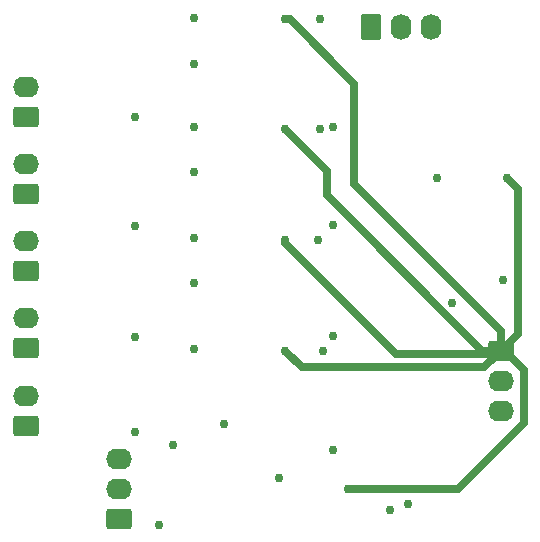
<source format=gbl>
%TF.GenerationSoftware,KiCad,Pcbnew,(6.0.1-0)*%
%TF.CreationDate,2022-09-05T12:17:56-04:00*%
%TF.ProjectId,Summing Circuit V5,53756d6d-696e-4672-9043-697263756974,003*%
%TF.SameCoordinates,Original*%
%TF.FileFunction,Copper,L4,Bot*%
%TF.FilePolarity,Positive*%
%FSLAX46Y46*%
G04 Gerber Fmt 4.6, Leading zero omitted, Abs format (unit mm)*
G04 Created by KiCad (PCBNEW (6.0.1-0)) date 2022-09-05 12:17:56*
%MOMM*%
%LPD*%
G01*
G04 APERTURE LIST*
G04 Aperture macros list*
%AMRoundRect*
0 Rectangle with rounded corners*
0 $1 Rounding radius*
0 $2 $3 $4 $5 $6 $7 $8 $9 X,Y pos of 4 corners*
0 Add a 4 corners polygon primitive as box body*
4,1,4,$2,$3,$4,$5,$6,$7,$8,$9,$2,$3,0*
0 Add four circle primitives for the rounded corners*
1,1,$1+$1,$2,$3*
1,1,$1+$1,$4,$5*
1,1,$1+$1,$6,$7*
1,1,$1+$1,$8,$9*
0 Add four rect primitives between the rounded corners*
20,1,$1+$1,$2,$3,$4,$5,0*
20,1,$1+$1,$4,$5,$6,$7,0*
20,1,$1+$1,$6,$7,$8,$9,0*
20,1,$1+$1,$8,$9,$2,$3,0*%
G04 Aperture macros list end*
%TA.AperFunction,ComponentPad*%
%ADD10O,1.740000X2.190000*%
%TD*%
%TA.AperFunction,ComponentPad*%
%ADD11RoundRect,0.250000X-0.620000X-0.845000X0.620000X-0.845000X0.620000X0.845000X-0.620000X0.845000X0*%
%TD*%
%TA.AperFunction,ComponentPad*%
%ADD12RoundRect,0.250000X0.845000X-0.620000X0.845000X0.620000X-0.845000X0.620000X-0.845000X-0.620000X0*%
%TD*%
%TA.AperFunction,ComponentPad*%
%ADD13O,2.190000X1.740000*%
%TD*%
%TA.AperFunction,ComponentPad*%
%ADD14RoundRect,0.250000X-0.845000X0.620000X-0.845000X-0.620000X0.845000X-0.620000X0.845000X0.620000X0*%
%TD*%
%TA.AperFunction,ViaPad*%
%ADD15C,0.762000*%
%TD*%
%TA.AperFunction,Conductor*%
%ADD16C,0.635000*%
%TD*%
G04 APERTURE END LIST*
D10*
%TO.P,J3,3,Pin_3*%
%TO.N,/To OPA549*%
X116205000Y-49149000D03*
%TO.P,J3,2,Pin_2*%
%TO.N,/From Shunt Ground*%
X113665000Y-49149000D03*
D11*
%TO.P,J3,1,Pin_1*%
%TO.N,/From Coil*%
X111125000Y-49149000D03*
%TD*%
D12*
%TO.P,J7,1,Pin_1*%
%TO.N,/GND_AC Correction*%
X81935000Y-69850000D03*
D13*
%TO.P,J7,2,Pin_2*%
%TO.N,/SIG_AC Correction*%
X81935000Y-67310000D03*
%TD*%
D12*
%TO.P,J4,1,Pin_1*%
%TO.N,/Vin_RV*%
X89789000Y-90805000D03*
D13*
%TO.P,J4,2,Pin_2*%
%TO.N,/SIG_Coarse*%
X89789000Y-88265000D03*
%TO.P,J4,3,Pin_3*%
%TO.N,GND*%
X89789000Y-85725000D03*
%TD*%
D12*
%TO.P,J8,1,Pin_1*%
%TO.N,/GND_DC Correction*%
X81935000Y-63309500D03*
D13*
%TO.P,J8,2,Pin_2*%
%TO.N,/SIG_DC Correction*%
X81935000Y-60769500D03*
%TD*%
D14*
%TO.P,J2,1,Pin_1*%
%TO.N,+15V*%
X122154000Y-76581000D03*
D13*
%TO.P,J2,2,Pin_2*%
%TO.N,GND*%
X122154000Y-79121000D03*
%TO.P,J2,3,Pin_3*%
%TO.N,-15V*%
X122154000Y-81661000D03*
%TD*%
D12*
%TO.P,J1,1,Pin_1*%
%TO.N,/GND_Coarse*%
X81955000Y-82931000D03*
D13*
%TO.P,J1,2,Pin_2*%
%TO.N,/SIG_Coarse*%
X81955000Y-80391000D03*
%TD*%
D12*
%TO.P,J9,1,Pin_1*%
%TO.N,GND*%
X81935000Y-56769000D03*
D13*
%TO.P,J9,2,Pin_2*%
%TO.N,/From Coil*%
X81935000Y-54229000D03*
%TD*%
D12*
%TO.P,J6,1,Pin_1*%
%TO.N,/GND_Fine Tuning*%
X81935000Y-76390500D03*
D13*
%TO.P,J6,2,Pin_2*%
%TO.N,/SIG_Fine Tuning*%
X81935000Y-73850500D03*
%TD*%
D15*
%TO.N,GND*%
X107950000Y-84963000D03*
X96139000Y-76454000D03*
X96139000Y-57658000D03*
X98679000Y-82804000D03*
X114300000Y-89535000D03*
X116713000Y-61976000D03*
X122301000Y-70612000D03*
X106807000Y-48514000D03*
X107950000Y-57658000D03*
X93218000Y-91313000D03*
X107950000Y-75311000D03*
X96139000Y-48387000D03*
X106807000Y-57785000D03*
X91186000Y-56769000D03*
X91186000Y-83439000D03*
X107950000Y-65913000D03*
X107061000Y-76581000D03*
X103378000Y-87376000D03*
X96139000Y-67056000D03*
X91186000Y-66040000D03*
X91186000Y-75438000D03*
X112776000Y-90043000D03*
X106680000Y-67183000D03*
%TO.N,-15V*%
X96139000Y-61468000D03*
X96139000Y-70866000D03*
X117983000Y-72517000D03*
X96139000Y-52324000D03*
X94361000Y-84582000D03*
%TO.N,+15V*%
X103886000Y-48514000D03*
X109220000Y-88265000D03*
X103886000Y-76581000D03*
X122682000Y-61976000D03*
X103886000Y-67183000D03*
X103886000Y-57785000D03*
%TD*%
D16*
%TO.N,+15V*%
X123571000Y-62865000D02*
X122682000Y-61976000D01*
X122154000Y-76581000D02*
X123571000Y-75164000D01*
X103886000Y-57785000D02*
X107442000Y-61341000D01*
X122154000Y-74910000D02*
X122154000Y-76581000D01*
X103886000Y-76581000D02*
X105283000Y-77978000D01*
X113284000Y-76835000D02*
X121900000Y-76835000D01*
X109728000Y-62484000D02*
X122154000Y-74910000D01*
X105283000Y-77978000D02*
X120757000Y-77978000D01*
X103886000Y-67183000D02*
X103886000Y-67437000D01*
X124079000Y-78232000D02*
X122829000Y-76982000D01*
X103886000Y-67437000D02*
X113284000Y-76835000D01*
X124079000Y-82677000D02*
X124079000Y-78232000D01*
X104267000Y-48514000D02*
X109728000Y-53975000D01*
X123571000Y-75164000D02*
X123571000Y-62865000D01*
X120757000Y-77978000D02*
X122154000Y-76581000D01*
X103886000Y-48514000D02*
X104267000Y-48514000D01*
X109728000Y-53975000D02*
X109728000Y-62484000D01*
X107442000Y-61341000D02*
X107442000Y-63430111D01*
X120592889Y-76581000D02*
X122154000Y-76581000D01*
X118491000Y-88265000D02*
X124079000Y-82677000D01*
X107442000Y-63430111D02*
X120592889Y-76581000D01*
X109220000Y-88265000D02*
X118491000Y-88265000D01*
%TD*%
M02*

</source>
